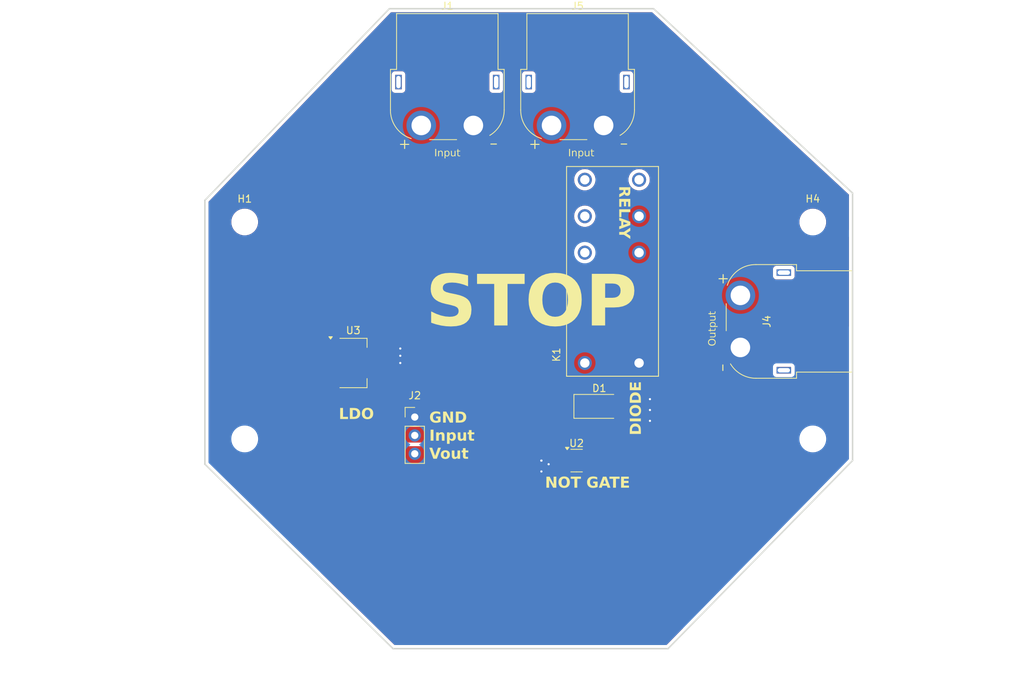
<source format=kicad_pcb>
(kicad_pcb (version 20240108) (generator "pcbnew") (generator_version "8.0")
  (layers (0 "F.Cu" signal) (31 "B.Cu" signal) (34 "B.Paste" user) (35 "F.Paste" user) (36 "B.SilkS" user "B.Silkscreen") (37 "F.SilkS" user "F.Silkscreen") (38 "B.Mask" user) (39 "F.Mask" user) (44 "Edge.Cuts" user))
  (net 0 "")
  (net 1 "/Vout")
  (net 2 "/Vin")
  (net 3 "GND")
  (net 4 "/Relay wire")
  (net 5 "Net-(D1-K)")
  (net 7 "Input")
  (footprint "MountingHole:MountingHole_2.2mm_M2" (layer "F.Cu") (at 113 87.5)
    (property "Reference" "H1" (at 0 -3.2 0) (layer "F.SilkS"))
    (property "Value" "MountingHole")
    (pad "" np_thru_hole circle (at 0 0) (size 3.2 3.2) (drill 3.2) (layers "F&B.Cu" "*.Mask"))
  )
  (footprint "Package_TO_SOT_SMD:SOT-223-3_TabPin2" (layer "F.Cu") (at 128 107)
    (property "Reference" "U3" (at 0 -4.5 0) (layer "F.SilkS"))
    (property "Value" "MCP1792x-3302xDB")
    (fp_line (start -1.85 -3.41) (end 1.91 -3.41) (stroke (width 0.12)) (layer "F.SilkS"))
    (fp_line (start -1.85 3.41) (end 1.91 3.41) (stroke (width 0.12)) (layer "F.SilkS"))
    (fp_line (start 1.91 -3.41) (end 1.91 -2.15) (stroke (width 0.12)) (layer "F.SilkS"))
    (fp_line (start 1.91 3.41) (end 1.91 2.15) (stroke (width 0.12)) (layer "F.SilkS"))
    (fp_poly (pts (xy -3.13 -3.31) (xy -3.37 -3.64) (xy -2.89 -3.64) (xy -3.13 -3.31)) (stroke (width 0.12)) (fill solid) (layer "F.SilkS"))
    (pad "1" smd roundrect (at -3.15 -2.3) (size 2 1.5) (layers "F.Cu" "F.Paste" "F.Mask") (net 2 "/Vin"))
    (pad "2" smd roundrect (at -3.15 0) (size 2 1.5) (layers "F.Cu" "F.Paste" "F.Mask") (net 3 "GND"))
    (pad "2" smd roundrect (at 3.15 0) (size 2 3.8) (layers "F.Cu" "F.Paste" "F.Mask") (net 3 "GND"))
    (pad "3" smd roundrect (at -3.15 2.3) (size 2 1.5) (layers "F.Cu" "F.Paste" "F.Mask") (net 1 "/Vout"))
  )
  (footprint "LOGO" (layer "F.Cu") (at 151.5 138.5)
    (property "Reference" "Image" (hide yes))
    (property "Value" "LOGO" (hide yes))
  )
  (footprint "MountingHole:MountingHole_2.2mm_M2" (layer "F.Cu") (at 113 117.5)
    (property "Reference" "H2" (at 0 0 0) (layer "F.SilkS"))
    (property "Value" "MountingHole_Pad")
    (pad "" np_thru_hole circle (at 0 0) (size 3.2 3.2) (drill 3.2) (layers "F&B.Cu" "*.Mask"))
  )
  (footprint "Connector_AMASS:AMASS_XT60PW-F_1x02_P7.20mm_Horizontal" (layer "F.Cu") (at 144.6 74.15)
    (property "Reference" "J1" (at -3.6 -16.5 0) (layer "F.SilkS"))
    (property "Value" "Input" (at -3.6 3.85 0) (layer "F.SilkS"))
    (fp_line (start -11.46 -7.76) (end -11.46 -2.15) (stroke (width 0.12)) (layer "F.SilkS"))
    (fp_line (start -11.46 -7.76) (end -10.61 -7.76) (stroke (width 0.12)) (layer "F.SilkS"))
    (fp_line (start -10.61 -15.46) (end -10.61 -7.76) (stroke (width 0.12)) (layer "F.SilkS"))
    (fp_line (start -10.61 -15.46) (end 3.41 -15.46) (stroke (width 0.12)) (layer "F.SilkS"))
    (fp_line (start -6.05 1.96) (end -2.31 1.96) (stroke (width 0.12)) (layer "F.SilkS"))
    (fp_line (start 3.41 -15.46) (end 3.41 -7.76) (stroke (width 0.12)) (layer "F.SilkS"))
    (fp_line (start 3.41 -7.76) (end 4.26 -7.76) (stroke (width 0.12)) (layer "F.SilkS"))
    (fp_line (start 4.26 -7.76) (end 4.26 -2.15) (stroke (width 0.12)) (layer "F.SilkS"))
    (fp_arc (start -8.5899 1.808718) (mid -10.677645 0.302568) (end -11.46 -2.15) (stroke (width 0.12)) (layer "F.SilkS"))
    (fp_arc (start 4.26 -2.15) (mid 3.727162 -0.126139) (end 2.266806 1.372958) (stroke (width 0.12)) (layer "F.SilkS"))
    (fp_text user "-" (at 2.8 2.5 0) (layer "F.SilkS"))
    (fp_text user "+" (at -9.5 2.5 0) (layer "F.SilkS") (effects (font (size 1.5 1.5))))
    (pad "" thru_hole rect (at -10.35 -6) (size 0.9 2) (drill oval 0.6 1.7) (layers "*.Cu" "*.Mask"))
    (pad "" thru_hole rect (at 3.15 -6) (size 0.9 2) (drill oval 0.6 1.7) (layers "*.Cu" "*.Mask"))
    (pad "1" thru_hole roundrect (at 0 0) (size 4.1 4.1) (drill 2.7) (layers "*.Cu" "*.Mask") (net 3 "GND"))
    (pad "2" thru_hole circle (at -7.2 0) (size 4.1 4.1) (drill 2.7) (layers "*.Cu" "*.Mask") (net 2 "/Vin"))
  )
  (footprint "RT424048:TE_7-1393243-0" (layer "F.Cu") (at 163.83 94.33 90)
    (property "Reference" "K1" (at -11.530925 -7.749645 -90) (layer "F.SilkS") (effects (font (size 1.000339 1.000339))))
    (property "Value" "7-1393243-0")
    (fp_line (start 14.5 -6.35) (end 14.5 6.35) (stroke (width 0.127)) (layer "F.SilkS"))
    (fp_line (start -14.5 -6.35) (end 14.5 -6.35) (stroke (width 0.127)) (layer "F.SilkS"))
    (fp_line (start -14.5 6.35) (end -14.5 -6.35) (stroke (width 0.127)) (layer "F.SilkS"))
    (fp_line (start -14.5 6.35) (end 14.5 6.35) (stroke (width 0.127)) (layer "F.SilkS"))
    (pad "11" thru_hole circle (at 7.63 -3.83 90) (size 1.95 1.95) (drill 1.3) (layers "*.Cu" "*.Mask"))
    (pad "12" thru_hole circle (at 2.59 -3.83 90) (size 1.95 1.95) (drill 1.3) (layers "*.Cu" "*.Mask"))
    (pad "14" thru_hole circle (at 12.67 -3.83 90) (size 1.95 1.95) (drill 1.3) (layers "*.Cu" "*.Mask"))
    (pad "21" thru_hole circle (at 7.63 3.67 90) (size 1.95 1.95) (drill 1.3) (layers "*.Cu" "*.Mask") (net 2 "/Vin"))
    (pad "22" thru_hole circle (at 2.59 3.67 90) (size 1.95 1.95) (drill 1.3) (layers "*.Cu" "*.Mask") (net 4 "/Relay wire"))
    (pad "24" thru_hole circle (at 12.67 3.67 90) (size 1.95 1.95) (drill 1.3) (layers "*.Cu" "*.Mask"))
    (pad "A1" thru_hole circle (at -12.67 -3.83 90) (size 1.95 1.95) (drill 1.3) (layers "*.Cu" "*.Mask") (net 5 "Net-(D1-K)"))
    (pad "A2" thru_hole circle (at -12.67 3.67 90) (size 1.95 1.95) (drill 1.3) (layers "*.Cu" "*.Mask") (net 3 "GND"))
  )
  (footprint "Package_TO_SOT_SMD:SOT-23-6" (layer "F.Cu") (at 158.8625 120.5)
    (property "Reference" "U2" (at 0 -2.4 0) (layer "F.SilkS"))
    (property "Value" "SN74LVC2G04")
    (fp_line (start 0 -1.56) (end -0.8 -1.56) (stroke (width 0.12)) (layer "F.SilkS"))
    (fp_line (start 0 -1.56) (end 0.8 -1.56) (stroke (width 0.12)) (layer "F.SilkS"))
    (fp_line (start 0 1.56) (end -0.8 1.56) (stroke (width 0.12)) (layer "F.SilkS"))
    (fp_line (start 0 1.56) (end 0.8 1.56) (stroke (width 0.12)) (layer "F.SilkS"))
    (fp_poly (pts (xy -1.3 -1.51) (xy -1.54 -1.84) (xy -1.06 -1.84) (xy -1.3 -1.51)) (stroke (width 0.12)) (fill solid) (layer "F.SilkS"))
    (pad "1" smd roundrect (at -1.1375 -0.95) (size 1.325 0.6) (layers "F.Cu" "F.Paste" "F.Mask") (net 7 "Input"))
    (pad "2" smd roundrect (at -1.1375 0) (size 1.325 0.6) (layers "F.Cu" "F.Paste" "F.Mask") (net 3 "GND"))
    (pad "3" smd roundrect (at -1.1375 0.95) (size 1.325 0.6) (layers "F.Cu" "F.Paste" "F.Mask") (net 3 "GND"))
    (pad "4" smd roundrect (at 1.1375 0.95) (size 1.325 0.6) (layers "F.Cu" "F.Paste" "F.Mask"))
    (pad "5" smd roundrect (at 1.1375 0) (size 1.325 0.6) (layers "F.Cu" "F.Paste" "F.Mask") (net 1 "/Vout"))
    (pad "6" smd roundrect (at 1.1375 -0.95) (size 1.325 0.6) (layers "F.Cu" "F.Paste" "F.Mask") (net 5 "Net-(D1-K)"))
  )
  (footprint "MountingHole:MountingHole_2.2mm_M2" (layer "F.Cu") (at 191.5 87.5)
    (property "Reference" "H4" (at 0 -3.2 0) (layer "F.SilkS"))
    (property "Value" "MountingHole_Pad")
    (pad "" np_thru_hole circle (at 0 0) (size 3.2 3.2) (drill 3.2) (layers "F&B.Cu" "*.Mask"))
  )
  (footprint "Connector_AMASS:AMASS_XT60PW-F_1x02_P7.20mm_Horizontal" (layer "F.Cu") (at 162.6 74.15)
    (property "Reference" "J5" (at -3.6 -16.5 0) (layer "F.SilkS"))
    (property "Value" "Input" (at -3.1 3.85 0) (layer "F.SilkS"))
    (fp_line (start -11.46 -7.76) (end -11.46 -2.15) (stroke (width 0.12)) (layer "F.SilkS"))
    (fp_line (start -11.46 -7.76) (end -10.61 -7.76) (stroke (width 0.12)) (layer "F.SilkS"))
    (fp_line (start -10.61 -15.46) (end -10.61 -7.76) (stroke (width 0.12)) (layer "F.SilkS"))
    (fp_line (start -10.61 -15.46) (end 3.41 -15.46) (stroke (width 0.12)) (layer "F.SilkS"))
    (fp_line (start -6.05 1.96) (end -2.31 1.96) (stroke (width 0.12)) (layer "F.SilkS"))
    (fp_line (start 3.41 -15.46) (end 3.41 -7.76) (stroke (width 0.12)) (layer "F.SilkS"))
    (fp_line (start 3.41 -7.76) (end 4.26 -7.76) (stroke (width 0.12)) (layer "F.SilkS"))
    (fp_line (start 4.26 -7.76) (end 4.26 -2.15) (stroke (width 0.12)) (layer "F.SilkS"))
    (fp_arc (start -8.5899 1.808718) (mid -10.677645 0.302568) (end -11.46 -2.15) (stroke (width 0.12)) (layer "F.SilkS"))
    (fp_arc (start 4.26 -2.15) (mid 3.727162 -0.126139) (end 2.266806 1.372958) (stroke (width 0.12)) (layer "F.SilkS"))
    (fp_text user "-" (at 2.8 2.5 0) (layer "F.SilkS"))
    (fp_text user "+" (at -9.5 2.5 0) (layer "F.SilkS") (effects (font (size 1.5 1.5))))
    (pad "" thru_hole rect (at -10.35 -6) (size 0.9 2) (drill oval 0.6 1.7) (layers "*.Cu" "*.Mask"))
    (pad "" thru_hole rect (at 3.15 -6) (size 0.9 2) (drill oval 0.6 1.7) (layers "*.Cu" "*.Mask"))
    (pad "1" thru_hole roundrect (at 0 0) (size 4.1 4.1) (drill 2.7) (layers "*.Cu" "*.Mask") (net 3 "GND"))
    (pad "2" thru_hole circle (at -7.2 0) (size 4.1 4.1) (drill 2.7) (layers "*.Cu" "*.Mask") (net 2 "/Vin"))
  )
  (footprint "Connector_PinHeader_2.54mm:PinHeader_1x03_P2.54mm_Vertical" (layer "F.Cu") (at 136.5 114.475)
    (property "Reference" "J2" (at 0 -2.975 180) (layer "F.SilkS"))
    (property "Value" "Conn_01x03_Pin")
    (fp_line (start -1.33 -1.33) (end 0 -1.33) (stroke (width 0.12)) (layer "F.SilkS"))
    (fp_line (start -1.33 0) (end -1.33 -1.33) (stroke (width 0.12)) (layer "F.SilkS"))
    (fp_line (start -1.33 1.27) (end -1.33 6.41) (stroke (width 0.12)) (layer "F.SilkS"))
    (fp_line (start -1.33 1.27) (end 1.33 1.27) (stroke (width 0.12)) (layer "F.SilkS"))
    (fp_line (start -1.33 6.41) (end 1.33 6.41) (stroke (width 0.12)) (layer "F.SilkS"))
    (fp_line (start 1.33 1.27) (end 1.33 6.41) (stroke (width 0.12)) (layer "F.SilkS"))
    (pad "1" thru_hole rect (at 0 0) (size 1.7 1.7) (drill 1) (layers "*.Cu" "*.Mask") (net 3 "GND"))
    (pad "2" thru_hole oval (at 0 2.54) (size 1.7 1.7) (drill 1) (layers "*.Cu" "*.Mask") (net 7 "Input"))
    (pad "3" thru_hole oval (at 0 5.08) (size 1.7 1.7) (drill 1) (layers "*.Cu" "*.Mask") (net 1 "/Vout"))
  )
  (footprint "Diode_SMD:D_SMA" (layer "F.Cu") (at 162 113)
    (property "Reference" "D1" (at 0 -2.5 0) (layer "F.SilkS"))
    (property "Value" "SB120")
    (fp_line (start -3.51 -1.65) (end -3.51 1.65) (stroke (width 0.12)) (layer "F.SilkS"))
    (fp_line (start -3.51 -1.65) (end 2 -1.65) (stroke (width 0.12)) (layer "F.SilkS"))
    (fp_line (start -3.51 1.65) (end 2 1.65) (stroke (width 0.12)) (layer "F.SilkS"))
    (pad "1" smd roundrect (at -2 0) (size 2.5 1.8) (layers "F.Cu" "F.Paste" "F.Mask") (roundrect_rratio 0.1388888889) (net 5 "Net-(D1-K)"))
    (pad "2" smd roundrect (at 2 0) (size 2.5 1.8) (layers "F.Cu" "F.Paste" "F.Mask") (roundrect_rratio 0.1388888889) (net 3 "GND"))
  )
  (footprint "Connector_AMASS:AMASS_XT60PW-F_1x02_P7.20mm_Horizontal" (layer "F.Cu") (at 181.5 104.85 -90)
    (property "Reference" "J4" (at -3.6 -3.65 90) (layer "F.SilkS"))
    (property "Value" "Output" (at -2.6 3.85 90) (layer "F.SilkS"))
    (fp_line (start -6.05 1.96) (end -2.31 1.96) (stroke (width 0.12)) (layer "F.SilkS"))
    (fp_line (start -11.46 -7.76) (end -11.46 -2.15) (stroke (width 0.12)) (layer "F.SilkS"))
    (fp_line (start -11.46 -7.76) (end -10.61 -7.76) (stroke (width 0.12)) (layer "F.SilkS"))
    (fp_line (start 3.41 -7.76) (end 4.26 -7.76) (stroke (width 0.12)) (layer "F.SilkS"))
    (fp_line (start 4.26 -7.76) (end 4.26 -2.15) (stroke (width 0.12)) (layer "F.SilkS"))
    (fp_line (start -10.61 -15.46) (end -10.61 -7.76) (stroke (width 0.12)) (layer "F.SilkS"))
    (fp_line (start -10.61 -15.46) (end 3.41 -15.46) (stroke (width 0.12)) (layer "F.SilkS"))
    (fp_line (start 3.41 -15.46) (end 3.41 -7.76) (stroke (width 0.12)) (layer "F.SilkS"))
    (fp_arc (start -8.5899 1.808718) (mid -10.677645 0.302568) (end -11.46 -2.15) (stroke (width 0.12)) (layer "F.SilkS"))
    (fp_arc (start 4.26 -2.15) (mid 3.727162 -0.126139) (end 2.266806 1.372958) (stroke (width 0.12)) (layer "F.SilkS"))
    (fp_text user "+" (at -9.5 2.5 90) (layer "F.SilkS") (effects (font (size 1.5 1.5))))
    (fp_text user "-" (at 2.8 2.5 90) (layer "F.SilkS"))
    (pad "" thru_hole rect (at -10.35 -6 270) (size 0.9 2) (drill oval 0.6 1.7) (layers "*.Cu" "*.Mask"))
    (pad "" thru_hole rect (at 3.15 -6 270) (size 0.9 2) (drill oval 0.6 1.7) (layers "*.Cu" "*.Mask"))
    (pad "1" thru_hole roundrect (at 0 0 270) (size 4.1 4.1) (drill 2.7) (layers "*.Cu" "*.Mask") (net 3 "GND"))
    (pad "2" thru_hole circle (at -7.2 0 270) (size 4.1 4.1) (drill 2.7) (layers "*.Cu" "*.Mask") (net 4 "/Relay wire"))
  )
  (footprint "MountingHole:MountingHole_2.2mm_M2" (layer "F.Cu") (at 191.5 117.5)
    (property "Reference" "H3" (at 0 0 0) (layer "F.SilkS"))
    (property "Value" "MountingHole_Pad")
    (pad "" np_thru_hole circle (at 0 0) (size 3.2 3.2) (drill 3.2) (layers "F&B.Cu" "*.Mask"))
  )
  (gr_line (start 197 120.5) (end 171.5 146.5) (stroke (width 0.2)) (layer "Edge.Cuts"))
  (gr_line (start 169.5 58) (end 197 83.5) (stroke (width 0.2)) (layer "Edge.Cuts"))
  (gr_line (start 133 58) (end 169.5 58) (stroke (width 0.2)) (layer "Edge.Cuts"))
  (gr_line (start 171.5 146.5) (end 133.5 146.5) (stroke (width 0.2)) (layer "Edge.Cuts"))
  (gr_line (start 107.5 84.5) (end 133 58) (stroke (width 0.2)) (layer "Edge.Cuts"))
  (gr_line (start 197 83.5) (end 197 120.5) (stroke (width 0.2)) (layer "Edge.Cuts"))
  (gr_line (start 133.5 146.5) (end 107.5 121) (stroke (width 0.2)) (layer "Edge.Cuts"))
  (gr_line (start 107.5 121) (end 107.5 84.5) (stroke (width 0.2)) (layer "Edge.Cuts"))
  (gr_text "RELAY\n" (at 164.5 82.5 270) (layer "F.SilkS") (effects (font (size 1.5 1.5) (thickness 0.3) (bold yes)) (justify left bottom)))
  (gr_text "NOT GATE" (at 154.5 124.5 0) (layer "F.SilkS") (effects (font (size 1.5 1.5) (thickness 0.3) (bold yes)) (justify left bottom)))
  (gr_text "Vout" (at 138.5 120.5 0) (layer "F.SilkS") (effects (font (size 1.5 1.5) (thickness 0.3) (bold yes)) (justify left bottom)))
  (gr_text "DIODE" (at 168 117 90) (layer "F.SilkS") (effects (font (size 1.5 1.5) (thickness 0.3) (bold yes)) (justify left bottom)))
  (gr_text "Input" (at 138.5 118 0) (layer "F.SilkS") (effects (font (size 1.5 1.5) (thickness 0.3) (bold yes)) (justify left bottom)))
  (gr_text "STOP\n" (at 138 103 0) (layer "F.SilkS") (effects (font (size 7 7) (thickness 0.3) (bold yes)) (justify left bottom)))
  (gr_text "LDO\n" (at 126 115 0) (layer "F.SilkS") (effects (font (size 1.5 1.5) (thickness 0.3) (bold yes)) (justify left bottom)))
  (gr_text "GND\n" (at 138.5 115.5 0) (layer "F.SilkS") (effects (font (size 1.5 1.5) (thickness 0.3) (bold yes)) (justify left bottom)))
  (via (at 134.5 105) (size 0.6) (drill 0.3) (layers "F.Cu" "B.Cu") (net 3))
  (via (at 169 115) (size 0.6) (drill 0.3) (layers "F.Cu" "B.Cu") (net 3))
  (via (at 154 120.5) (size 0.6) (drill 0.3) (layers "F.Cu" "B.Cu") (net 3))
  (via (at 154 120.5) (size 0.6) (drill 0.3) (layers "F.Cu" "B.Cu") (net 3))
  (via (at 155 121) (size 0.6) (drill 0.3) (layers "F.Cu" "B.Cu") (net 3))
  (via (at 169 113.5) (size 0.6) (drill 0.3) (layers "F.Cu" "B.Cu") (net 3))
  (via (at 154 122) (size 0.6) (drill 0.3) (layers "F.Cu" "B.Cu") (net 3))
  (via (at 134.5 106) (size 0.6) (drill 0.3) (layers "F.Cu" "B.Cu") (net 3))
  (via (at 169 112) (size 0.6) (drill 0.3) (layers "F.Cu" "B.Cu") (net 3))
  (via (at 134.5 107) (size 0.6) (drill 0.3) (layers "F.Cu" "B.Cu") (net 3))
  (zone (net 3) (net_name "GND") (layer "F.Cu") (priority 3) (connect_pads yes (clearance 0.5)) (min_thickness 0.25) (fill yes (thermal_gap 0.5) (thermal_bridge_width 0.5))
    (polygon (pts (xy 123.5 106) (xy 123.5 108) (xy 130 108) (xy 130 109.5) (xy 138 109.5) (xy 138 103) (xy 127 103) (xy 127 106)))
  )
  (zone (net 7) (net_name "Input") (layer "F.Cu") (priority 8) (connect_pads yes (clearance 0.5)) (min_thickness 0.25) (fill yes (thermal_gap 0.5) (thermal_bridge_width 0.5))
    (polygon (pts (xy 158.5 118.5) (xy 158.5 120) (xy 154.5 119.5) (xy 153 119.5) (xy 152.5 118) (xy 135 118) (xy 135 115.5) (xy 138.5 115.5) (xy 138.5 113) (xy 155 113) (xy 155 118) (xy 156 118.5)))
  )
  (zone (net 3) (net_name "GND") (layer "F.Cu") (priority 5) (connect_pads yes (clearance 0.5)) (min_thickness 0.25) (fill yes (thermal_gap 0.5) (thermal_bridge_width 0.5))
    (polygon (pts (xy 162 116) (xy 171 116) (xy 171 110) (xy 162 110) (xy 162 111.5)))
  )
  (zone (net 5) (net_name "Net-(D1-K)") (layer "F.Cu") (priority 7) (connect_pads yes (clearance 0.5)) (min_thickness 0.25) (fill yes (thermal_gap 0.5) (thermal_bridge_width 0.5))
    (polygon (pts (xy 161.5 119.5) (xy 160.5 120) (xy 159 120) (xy 159 118) (xy 155.5 118) (xy 155.5 104) (xy 164.5 104) (xy 164.5 109.5) (xy 161.5 109.5)))
  )
  (zone (net 1) (net_name "/Vout") (layer "F.Cu") (priority 6) (connect_pads yes (clearance 0.5)) (min_thickness 0.25) (fill yes (thermal_gap 0.5) (thermal_bridge_width 0.5))
    (polygon (pts (xy 159 121) (xy 159 120) (xy 174 120) (xy 173.5 146.5) (xy 133.5 146) (xy 123.5 136) (xy 123.5 114.5) (xy 123.5 108) (xy 127 108) (xy 130 108) (xy 130 118.5) (xy 152.5 118.5) (xy 152.5 123.5) (xy 161.5 123.5) (xy 161.5 121)))
  )
  (zone (net 4) (net_name "/Relay wire") (layer "F.Cu") (priority 4) (connect_pads yes (clearance 0.5)) (min_thickness 0.25) (fill yes (thermal_gap 0.5) (thermal_bridge_width 0.5))
    (polygon (pts (xy 163.5 89.5) (xy 196.5 89.5) (xy 196.5 102) (xy 163.5 102) (xy 163.5 101.5)))
  )
  (zone (net 2) (net_name "/Vin") (layer "F.Cu") (priority 2) (connect_pads yes (clearance 0.5)) (min_thickness 0.25) (fill yes (thermal_gap 0.5) (thermal_bridge_width 0.5))
    (polygon (pts (xy 126.5 106) (xy 123 106) (xy 122.5 106) (xy 107.637523 106) (xy 107.637523 84.651201) (xy 133.137523 58.151201) (xy 169.637523 58.151201) (xy 197.137523 83.651201) (xy 197.137523 88.651201) (xy 157.137523 88.651201) (xy 157 98.5) (xy 149 98.5) (xy 145.5 98.5) (xy 141.5 98.5) (xy 137.5 98.5) (xy 126.5 98.5) (xy 126.5 98.5)))
  )
  (zone (net 3) (net_name "GND") (layer "F.Cu") (connect_pads yes (clearance 0.5)) (min_thickness 0.25) (fill yes (thermal_gap 0.5) (thermal_bridge_width 0.5))
    (polygon (pts (xy 158.5 120) (xy 158.5 122.5) (xy 153 122.5) (xy 153 120) (xy 156 120)))
  )
  (zone (net 3) (net_name "GND") (layer "B.Cu") (priority 1) (connect_pads yes (clearance 0.5)) (min_thickness 0.25) (fill yes (thermal_gap 0.5) (thermal_bridge_width 0.5))
    (polygon (pts (xy 101.992753 60.442175) (xy 104 152.5) (xy 204 152) (xy 201.992753 57.442175) (xy 102.492753 56.942175)))
  )
)
</source>
